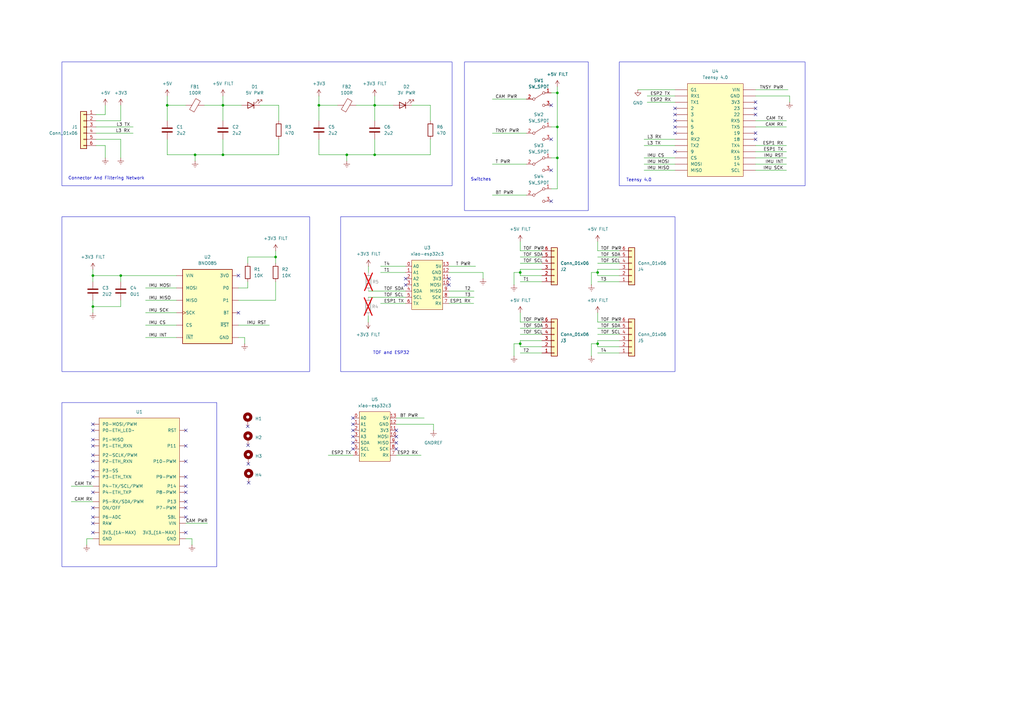
<source format=kicad_sch>
(kicad_sch (version 20250114) (generator "eeschema") (generator_version "9.0")
  (paper "A3")
  (lib_symbols
    (symbol "Connector_Generic:Conn_01x06" (pin_names (offset 1.016) (hide yes))
      (property "Reference" "J" (at 0 7.62 0))
      (property "Value" "Conn_01x06" (at 0 -10.16 0))
      (symbol "Conn_01x06_1_1"
        (rectangle (start -1.27 6.35) (end 1.27 -8.89) (stroke (width 0.254)) (fill (type background)))
        (rectangle (start -1.27 5.207) (end 0 4.953) (stroke (width 0.1524)))
        (rectangle (start -1.27 2.667) (end 0 2.413) (stroke (width 0.1524)))
        (rectangle (start -1.27 0.127) (end 0 -0.127) (stroke (width 0.1524)))
        (rectangle (start -1.27 -2.413) (end 0 -2.667) (stroke (width 0.1524)))
        (rectangle (start -1.27 -4.953) (end 0 -5.207) (stroke (width 0.1524)))
        (rectangle (start -1.27 -7.493) (end 0 -7.747) (stroke (width 0.1524)))
        (pin passive line (at -5.08 5.08 0) (length 3.81) (name "Pin_1") (number "1"))
        (pin passive line (at -5.08 2.54 0) (length 3.81) (name "Pin_2") (number "2"))
        (pin passive line (at -5.08 0 0) (length 3.81) (name "Pin_3") (number "3"))
        (pin passive line (at -5.08 -2.54 0) (length 3.81) (name "Pin_4") (number "4"))
        (pin passive line (at -5.08 -5.08 0) (length 3.81) (name "Pin_5") (number "5"))
        (pin passive line (at -5.08 -7.62 0) (length 3.81) (name "Pin_6") (number "6"))
      )
    )
    (symbol "Device:C" (pin_numbers (hide yes)) (pin_names (offset 0.254))
      (property "Reference" "C" (at 0.635 2.54 0))
      (property "Value" "C" (at 0.635 -2.54 0))
      (symbol "C_0_1"
        (polyline (pts (xy -2.032 0.762) (xy 2.032 0.762)) (stroke (width 0.508)))
        (polyline (pts (xy -2.032 -0.762) (xy 2.032 -0.762)) (stroke (width 0.508)))
      )
      (symbol "C_1_1"
        (pin passive line (at 0 3.81 270) (length 2.794) (name "~") (number "1"))
        (pin passive line (at 0 -3.81 90) (length 2.794) (name "~") (number "2"))
      )
    )
    (symbol "Device:FerriteBead" (pin_numbers (hide yes)) (pin_names (offset 0))
      (property "Reference" "FB" (at -3.81 0.635 90))
      (property "Value" "FerriteBead" (at 3.81 0 90))
      (symbol "FerriteBead_0_1"
        (polyline (pts (xy -2.7686 0.4064) (xy -1.7018 2.2606) (xy 2.7686 -0.3048) (xy 1.6764 -2.159) (xy -2.7686 0.4064)))
        (polyline (pts (xy 0 1.27) (xy 0 1.2954)))
        (polyline (pts (xy 0 -1.27) (xy 0 -1.2192)))
      )
      (symbol "FerriteBead_1_1"
        (pin passive line (at 0 3.81 270) (length 2.54) (name "~") (number "1"))
        (pin passive line (at 0 -3.81 90) (length 2.54) (name "~") (number "2"))
      )
    )
    (symbol "Device:LED" (pin_numbers (hide yes)) (pin_names (offset 1.016) (hide yes))
      (property "Reference" "D" (at 0 2.54 0))
      (property "Value" "LED" (at 0 -2.54 0))
      (symbol "LED_0_1"
        (polyline (pts (xy -3.048 -0.762) (xy -4.572 -2.286) (xy -3.81 -2.286) (xy -4.572 -2.286) (xy -4.572 -1.524)))
        (polyline (pts (xy -1.778 -0.762) (xy -3.302 -2.286) (xy -2.54 -2.286) (xy -3.302 -2.286) (xy -3.302 -1.524)))
        (polyline (pts (xy -1.27 0) (xy 1.27 0)))
        (polyline (pts (xy -1.27 -1.27) (xy -1.27 1.27)) (stroke (width 0.254)))
        (polyline (pts (xy 1.27 -1.27) (xy 1.27 1.27) (xy -1.27 0) (xy 1.27 -1.27)) (stroke (width 0.254)))
      )
      (symbol "LED_1_1"
        (pin passive line (at -3.81 0 0) (length 2.54) (name "K") (number "1"))
        (pin passive line (at 3.81 0 180) (length 2.54) (name "A") (number "2"))
      )
    )
    (symbol "Device:R" (pin_numbers (hide yes)) (pin_names (offset 0))
      (property "Reference" "R" (at 2.032 0 90))
      (property "Value" "R" (at 0 0 90))
      (symbol "R_0_1"
        (rectangle (start -1.016 -2.54) (end 1.016 2.54) (stroke (width 0.254)))
      )
      (symbol "R_1_1"
        (pin passive line (at 0 3.81 270) (length 1.27) (name "~") (number "1"))
        (pin passive line (at 0 -3.81 90) (length 1.27) (name "~") (number "2"))
      )
    )
    (symbol "Mechanical:MountingHole_Pad" (pin_numbers (hide yes)) (pin_names (offset 1.016) (hide yes))
      (property "Reference" "H" (at 0 6.35 0))
      (property "Value" "MountingHole_Pad" (at 0 4.445 0))
      (symbol "MountingHole_Pad_0_1"
        (circle (center 0 1.27) (radius 1.27) (stroke (width 1.27)))
      )
      (symbol "MountingHole_Pad_1_1"
        (pin input line (at 0 -2.54 90) (length 2.54) (name "1") (number "1"))
      )
    )
    (symbol "Switch:SW_SPDT" (pin_names (offset 0) (hide yes))
      (property "Reference" "SW" (at 0 4.318 0))
      (property "Value" "SW_SPDT" (at 0 -5.08 0))
      (symbol "SW_SPDT_0_0"
        (circle (center -2.032 0) (radius 0.508))
        (circle (center 2.032 -2.54) (radius 0.508))
      )
      (symbol "SW_SPDT_0_1"
        (polyline (pts (xy -1.524 0.254) (xy 1.651 2.286)))
        (circle (center 2.032 2.54) (radius 0.508))
      )
      (symbol "SW_SPDT_1_1"
        (pin passive line (at -5.08 0 0) (length 2.54) (name "B") (number "2"))
        (pin passive line (at 5.08 2.54 180) (length 2.54) (name "A") (number "1"))
        (pin passive line (at 5.08 -2.54 180) (length 2.54) (name "C") (number "3"))
      )
    )
    (symbol "power:+3V3" (power) (pin_numbers (hide yes)) (pin_names (offset 0) (hide yes))
      (property "Value" "+3V3" (at 0 3.556 0))
      (symbol "+3V3_0_1"
        (polyline (pts (xy -0.762 1.27) (xy 0 2.54)))
        (polyline (pts (xy 0 2.54) (xy 0.762 1.27)))
        (polyline (pts (xy 0 0) (xy 0 2.54)))
      )
      (symbol "+3V3_1_1"
        (pin power_in line (at 0 0 90) (length 0) (name "~") (number "1"))
      )
    )
    (symbol "power:+5V" (power) (pin_names (offset 0))
      (property "Value" "+5V" (at 0 3.556 0))
      (symbol "+5V_0_1"
        (polyline (pts (xy -0.762 1.27) (xy 0 2.54)))
        (polyline (pts (xy 0 2.54) (xy 0.762 1.27)))
        (polyline (pts (xy 0 0) (xy 0 2.54)))
      )
      (symbol "+5V_1_1"
        (pin power_in line (at 0 0 90) (length 0) (hide yes) (name "+5V") (number "1"))
      )
    )
    (symbol "power:GND" (power) (pin_names (offset 0))
      (property "Value" "GND" (at 0 -3.81 0))
      (symbol "GND_0_1"
        (polyline (pts (xy 0 0) (xy 0 -1.27) (xy 1.27 -1.27) (xy 0 -2.54) (xy -1.27 -1.27) (xy 0 -1.27)))
      )
      (symbol "GND_1_1"
        (pin power_in line (at 0 0 270) (length 0) (hide yes) (name "GND") (number "1"))
      )
    )
    (symbol "power:GNDREF" (power) (pin_numbers (hide yes)) (pin_names (offset 0) (hide yes))
      (property "Value" "GNDREF" (at 0 -3.81 0))
      (symbol "GNDREF_0_1"
        (polyline (pts (xy -0.635 -1.905) (xy 0.635 -1.905)))
        (polyline (pts (xy -0.127 -2.54) (xy 0.127 -2.54)))
        (polyline (pts (xy 0 -1.27) (xy 0 0)))
        (polyline (pts (xy 1.27 -1.27) (xy -1.27 -1.27)))
      )
      (symbol "GNDREF_1_1"
        (pin power_in line (at 0 0 270) (length 0) (name "~") (number "1"))
      )
    )
    (symbol "vincent:BNO085 " (pin_numbers (hide yes)) (pin_names (offset 1.27))
      (property "Reference" "U" (at -10.16 16.002 0))
      (property "Value" "BNO085" (at -10.16 -17.78 0))
      (symbol "BNO085 _0_0"
        (rectangle (start -10.16 15.24) (end 10.16 -15.24) (stroke (width 0.254)) (fill (type background)))
      )
      (symbol "BNO085 _1_0"
        (pin input line (at -12.7 12.7 0) (length 2.54) (name "VIN") (number "JP1_1"))
        (pin input line (at -12.7 7.62 0) (length 2.54) (name "MOSI") (number "JP2_5"))
        (pin bidirectional line (at -12.7 2.54 0) (length 2.54) (name "SDA") (number "JP1_5") (alternate "MISO" bidirectional line))
        (pin bidirectional clock (at -12.7 -2.54 0) (length 2.54) (name "SCL") (number "JP1_4") (alternate "SCK" bidirectional clock))
        (pin input line (at -12.7 -7.62 0) (length 2.54) (name "CS") (number "JP2_6"))
        (pin output line (at -12.7 -12.7 0) (length 2.54) (name "~{INT}") (number "JP1_6"))
        (pin output line (at 12.7 12.7 180) (length 2.54) (name "3VO") (number "JP1_2"))
        (pin bidirectional line (at 12.7 7.62 180) (length 2.54) (name "P0") (number "JP2_2"))
        (pin bidirectional line (at 12.7 2.54 180) (length 2.54) (name "P1") (number "JP2_3"))
        (pin input line (at 12.7 -2.54 180) (length 2.54) (name "BT") (number "JP2_1"))
        (pin input line (at 12.7 -7.62 180) (length 2.54) (name "~{RST}") (number "JP2_4"))
        (pin power_in line (at 12.7 -12.7 180) (length 2.54) (name "GND") (number "JP1_3"))
      )
    )
    (symbol "vincent:OpenMV_RT" (pin_numbers (hide yes)) (pin_names (offset 1.27)) (in_bom no)
      (property "Reference" "U" (at -15.24 1.27 0))
      (symbol "OpenMV_RT_0_0"
        (rectangle (start -16.51 0) (end 16.51 -52.07) (stroke (width 0.1524)) (fill (type background)))
      )
      (symbol "OpenMV_RT_1_1"
        (pin input line (at -19.05 -2.54 0) (length 2.54) (name "P0-MOSI/PWM") (number "0"))
        (pin input line (at -19.05 -5.08 0) (length 2.54) (name "P0-ETH_LED") (number "1"))
        (pin input line (at -19.05 -8.89 0) (length 2.54) (name "P1-MISO") (number "2"))
        (pin input line (at -19.05 -11.43 0) (length 2.54) (name "P1-ETH_RXN") (number "3"))
        (pin input line (at -19.05 -15.24 0) (length 2.54) (name "P2-SCLK/PWM") (number "4"))
        (pin input line (at -19.05 -17.78 0) (length 2.54) (name "P2-ETH_RXN") (number "5"))
        (pin input line (at -19.05 -21.59 0) (length 2.54) (name "P3-SS") (number "6"))
        (pin input line (at -19.05 -24.13 0) (length 2.54) (name "P3-ETH_TXN") (number "7"))
        (pin input line (at -19.05 -27.94 0) (length 2.54) (name "P4-TX/SCL/PWM") (number "8"))
        (pin input line (at -19.05 -30.48 0) (length 2.54) (name "P4-ETH_TXP") (number "9"))
        (pin input line (at -19.05 -34.29 0) (length 2.54) (name "P5-RX/SDA/PWM") (number "10"))
        (pin input line (at -19.05 -36.83 0) (length 2.54) (name "ON/OFF") (number "11"))
        (pin input line (at -19.05 -40.64 0) (length 2.54) (name "P6-ADC") (number "12"))
        (pin input line (at -19.05 -43.18 0) (length 2.54) (name "RAW") (number "13"))
        (pin power_out line (at -19.05 -46.99 0) (length 2.54) (name "3V3_(1A-MAX)") (number "14"))
        (pin power_in line (at -19.05 -49.53 0) (length 2.54) (name "GND") (number "15"))
        (pin input line (at 19.05 -2.54 180) (length 2.54) (hide yes) (name "NC") (number "16"))
        (pin input line (at 19.05 -5.08 180) (length 2.54) (name "RST") (number "17"))
        (pin input line (at 19.05 -8.89 180) (length 2.54) (hide yes) (name "NC") (number "18"))
        (pin input line (at 19.05 -11.43 180) (length 2.54) (name "P11") (number "19"))
        (pin input line (at 19.05 -15.24 180) (length 2.54) (hide yes) (name "NC") (number "20"))
        (pin input line (at 19.05 -17.78 180) (length 2.54) (name "P10-PWM") (number "21"))
        (pin input line (at 19.05 -21.59 180) (length 2.54) (hide yes) (name "NC") (number "22"))
        (pin input line (at 19.05 -24.13 180) (length 2.54) (name "P9-PWM") (number "23"))
        (pin input line (at 19.05 -27.94 180) (length 2.54) (name "P14") (number "24"))
        (pin input line (at 19.05 -30.48 180) (length 2.54) (name "P8-PWM") (number "25"))
        (pin input line (at 19.05 -34.29 180) (length 2.54) (name "P13") (number "26"))
        (pin input line (at 19.05 -36.83 180) (length 2.54) (name "P7-PWM") (number "27"))
        (pin input line (at 19.05 -40.64 180) (length 2.54) (name "SBL") (number "28"))
        (pin power_in line (at 19.05 -43.18 180) (length 2.54) (name "VIN") (number "29"))
        (pin power_out line (at 19.05 -46.99 180) (length 2.54) (name "3V3_(1A-MAX)") (number "30"))
        (pin power_in line (at 19.05 -49.53 180) (length 2.54) (name "GND") (number "31"))
      )
    )
    (symbol "vincent:Teensy 4.0" (pin_numbers (hide yes)) (pin_names (offset 1.27)) (in_bom no)
      (property "Reference" "U" (at -11.43 20.828 0))
      (property "Value" "Teensy 4.0" (at -11.43 -20.32 0))
      (symbol "Teensy 4.0_0_0"
        (rectangle (start -11.43 20.32) (end 11.43 -17.78) (stroke (width 0.1524)) (fill (type background)))
        (pin power_in line (at -16.51 17.78 0) (length 5.08) (name "G1") (number "G1"))
        (pin bidirectional line (at -16.51 10.16 0) (length 5.08) (name "2") (number "2"))
        (pin bidirectional line (at -16.51 7.62 0) (length 5.08) (name "3") (number "3"))
        (pin bidirectional line (at -16.51 5.08 0) (length 5.08) (name "4") (number "4"))
        (pin bidirectional line (at -16.51 2.54 0) (length 5.08) (name "5") (number "5"))
        (pin bidirectional line (at -16.51 0 0) (length 5.08) (name "6") (number "6"))
        (pin bidirectional line (at -16.51 -7.62 0) (length 5.08) (name "9") (number "9"))
        (pin power_in line (at 16.51 17.78 180) (length 5.08) (name "VIN") (number "VIN"))
      )
      (symbol "Teensy 4.0_1_0"
        (pin bidirectional line (at -16.51 15.24 0) (length 5.08) (name "0") (number "0") (alternate "RX1" bidirectional line))
        (pin bidirectional line (at -16.51 12.7 0) (length 5.08) (name "1") (number "1") (alternate "TX1" bidirectional line))
        (pin bidirectional line (at -16.51 -2.54 0) (length 5.08) (name "7") (number "7") (alternate "RX2" bidirectional line))
        (pin bidirectional line (at -16.51 -5.08 0) (length 5.08) (name "8") (number "8") (alternate "TX2" bidirectional line))
        (pin bidirectional line (at -16.51 -10.16 0) (length 5.08) (name "10") (number "10") (alternate "CS" bidirectional line))
        (pin bidirectional line (at -16.51 -12.7 0) (length 5.08) (name "11") (number "11") (alternate "MOSI" bidirectional line))
        (pin bidirectional line (at -16.51 -15.24 0) (length 5.08) (name "12") (number "12") (alternate "MISO" bidirectional line))
        (pin power_in line (at 16.51 15.24 180) (length 5.08) (name "GND") (number "G3"))
        (pin power_in line (at 16.51 12.7 180) (length 5.08) (name "3V3") (number "3.3V_2"))
        (pin bidirectional line (at 16.51 10.16 180) (length 5.08) (name "23") (number "23"))
        (pin bidirectional line (at 16.51 7.62 180) (length 5.08) (name "22") (number "22"))
        (pin bidirectional line (at 16.51 5.08 180) (length 5.08) (name "21") (number "21") (alternate "RX5" bidirectional line))
        (pin bidirectional line (at 16.51 2.54 180) (length 5.08) (name "20") (number "20") (alternate "TX5" bidirectional line))
        (pin bidirectional line (at 16.51 0 180) (length 5.08) (name "19") (number "19"))
        (pin bidirectional line (at 16.51 -2.54 180) (length 5.08) (name "18") (number "18"))
        (pin bidirectional line (at 16.51 -5.08 180) (length 5.08) (name "17") (number "17") (alternate "TX4" bidirectional line))
        (pin bidirectional line (at 16.51 -7.62 180) (length 5.08) (name "16") (number "16") (alternate "RX4" bidirectional line))
        (pin bidirectional line (at 16.51 -10.16 180) (length 5.08) (name "15") (number "15"))
        (pin bidirectional line (at 16.51 -12.7 180) (length 5.08) (name "14") (number "14"))
        (pin bidirectional line (at 16.51 -15.24 180) (length 5.08) (name "13") (number "13") (alternate "SCL" bidirectional line))
      )
    )
    (symbol "vincent:xiao-esp32c3"
      (property "Reference" "U" (at -5.08 1.27 0))
      (property "Value" "xiao-esp32c3" (at 0 -21.59 0))
      (symbol "xiao-esp32c3_1_1"
        (rectangle (start -6.35 0) (end 6.35 -20.32) (fill (type background)))
        (pin input line (at -8.89 -2.54 0) (length 2.54) (name "A0") (number "0"))
        (pin input line (at -8.89 -5.08 0) (length 2.54) (name "A1") (number "1"))
        (pin input line (at -8.89 -7.62 0) (length 2.54) (name "A2") (number "2"))
        (pin input line (at -8.89 -10.16 0) (length 2.54) (name "A3") (number "3"))
        (pin bidirectional line (at -8.89 -12.7 0) (length 2.54) (name "SDA") (number "4"))
        (pin bidirectional line (at -8.89 -15.24 0) (length 2.54) (name "SCL") (number "5"))
        (pin bidirectional line (at -8.89 -17.78 0) (length 2.54) (name "TX") (number "6"))
        (pin bidirectional line (at 8.89 -2.54 180) (length 2.54) (name "5V") (number "13"))
        (pin bidirectional line (at 8.89 -5.08 180) (length 2.54) (name "GND") (number "12"))
        (pin bidirectional line (at 8.89 -7.62 180) (length 2.54) (name "3V3") (number "11"))
        (pin bidirectional line (at 8.89 -10.16 180) (length 2.54) (name "MOSI") (number "10"))
        (pin bidirectional line (at 8.89 -12.7 180) (length 2.54) (name "MISO") (number "9"))
        (pin bidirectional line (at 8.89 -15.24 180) (length 2.54) (name "SCK") (number "8"))
        (pin bidirectional line (at 8.89 -17.78 180) (length 2.54) (name "RX") (number "7"))
      )
    )
  )
  (rectangle (start 190.5 25.4) (end 241.3 86.36))
  (rectangle (start 25.4 165.1) (end 88.9 232.41))
  (rectangle (start 25.4 25.4) (end 185.42 76.2))
  (rectangle (start 254 25.4) (end 330.2 76.2))
  (rectangle (start 139.7 88.9) (end 276.86 152.4))
  (rectangle (start 25.4 88.9) (end 127 152.4))
  (text "Connector And Filtering Network" (at 27.94 73.152 0) (effects (font (size 1.27 1.27)) (justify left)))
  (text "Switches" (at 193.04 73.66 0) (effects (font (size 1.27 1.27)) (justify left)))
  (text "Teensy 4.0" (at 256.794 73.914 0) (effects (font (size 1.27 1.27)) (justify left)))
  (text "TOF and ESP32" (at 152.9189 145.5158 0) (effects (font (size 1.27 1.27)) (justify left bottom)))
  (junction (at 228.6 38.1))
  (junction (at 213.36 140.97))
  (junction (at 80.01 63.5))
  (junction (at 91.44 43.18))
  (junction (at 113.03 105.41))
  (junction (at 228.6 52.07))
  (junction (at 38.1 113.03))
  (junction (at 68.58 43.18))
  (junction (at 130.81 43.18))
  (junction (at 153.67 63.5))
  (junction (at 228.6 64.77))
  (junction (at 153.67 43.18))
  (junction (at 38.1 125.73))
  (junction (at 245.11 111.76))
  (junction (at 91.44 63.5))
  (junction (at 49.53 113.03))
  (junction (at 142.24 63.5))
  (junction (at 245.11 140.97))
  (junction (at 213.36 111.76))
  (no_connect (at 162.56 184.15))
  (no_connect (at 76.2 201.93))
  (no_connect (at 309.88 41.91))
  (no_connect (at 276.86 54.61))
  (no_connect (at 38.1 201.93))
  (no_connect (at 144.78 171.45))
  (no_connect (at 38.1 173.99))
  (no_connect (at 309.88 54.61))
  (no_connect (at 162.56 176.53))
  (no_connect (at 38.1 182.88))
  (no_connect (at 101.6 174.879))
  (no_connect (at 76.2 218.44))
  (no_connect (at 76.2 189.23))
  (no_connect (at 76.2 176.53))
  (no_connect (at 38.1 176.53))
  (no_connect (at 226.06 57.15))
  (no_connect (at 101.981 197.993))
  (no_connect (at 38.1 214.63))
  (no_connect (at 38.1 218.44))
  (no_connect (at 276.86 46.99))
  (no_connect (at 38.1 186.69))
  (no_connect (at 144.78 181.61))
  (no_connect (at 166.37 114.3))
  (no_connect (at 38.1 208.28))
  (no_connect (at 276.86 52.07))
  (no_connect (at 184.15 114.3))
  (no_connect (at 276.86 49.53))
  (no_connect (at 276.86 62.23))
  (no_connect (at 144.78 176.53))
  (no_connect (at 144.78 173.99))
  (no_connect (at 38.1 212.09))
  (no_connect (at 226.06 82.55))
  (no_connect (at 309.88 44.45))
  (no_connect (at 97.79 128.27))
  (no_connect (at 38.1 189.23))
  (no_connect (at 76.2 212.09))
  (no_connect (at 309.88 57.15))
  (no_connect (at 226.06 43.18))
  (no_connect (at 76.2 205.74))
  (no_connect (at 184.15 116.84))
  (no_connect (at 76.2 208.28))
  (no_connect (at 101.854 190.246))
  (no_connect (at 76.2 195.58))
  (no_connect (at 38.1 180.34))
  (no_connect (at 38.1 193.04))
  (no_connect (at 76.2 199.39))
  (no_connect (at 166.37 116.84))
  (no_connect (at 97.79 113.03))
  (no_connect (at 162.56 181.61))
  (no_connect (at 144.78 184.15))
  (no_connect (at 276.86 44.45))
  (no_connect (at 162.56 179.07))
  (no_connect (at 38.1 195.58))
  (no_connect (at 144.78 179.07))
  (no_connect (at 76.2 182.88))
  (no_connect (at 101.727 182.626))
  (no_connect (at 226.06 69.85))
  (no_connect (at 309.88 46.99))
  (wire (pts (xy 49.53 123.19) (xy 49.53 125.73)))
  (wire (pts (xy 245.11 107.95) (xy 254 107.95)))
  (wire (pts (xy 162.56 173.99) (xy 177.8 173.99)))
  (wire (pts (xy 254 110.49) (xy 245.11 110.49)))
  (wire (pts (xy 38.1 110.49) (xy 38.1 113.03)))
  (wire (pts (xy 39.37 59.69) (xy 43.18 59.69)))
  (wire (pts (xy 213.36 102.87) (xy 213.36 99.06)))
  (wire (pts (xy 38.1 123.19) (xy 38.1 125.73)))
  (wire (pts (xy 213.36 139.7) (xy 213.36 140.97)))
  (wire (pts (xy 29.21 199.39) (xy 38.1 199.39)))
  (wire (pts (xy 228.6 52.07) (xy 228.6 64.77)))
  (wire (pts (xy 309.88 64.77) (xy 322.58 64.77)))
  (wire (pts (xy 29.21 205.74) (xy 38.1 205.74)))
  (wire (pts (xy 184.15 111.76) (xy 198.12 111.76)))
  (wire (pts (xy 309.88 62.23) (xy 322.58 62.23)))
  (wire (pts (xy 114.3 43.18) (xy 114.3 49.53)))
  (wire (pts (xy 49.53 113.03) (xy 38.1 113.03)))
  (wire (pts (xy 59.69 128.27) (xy 72.39 128.27)))
  (wire (pts (xy 245.11 113.03) (xy 254 113.03)))
  (wire (pts (xy 245.11 132.08) (xy 254 132.08)))
  (wire (pts (xy 38.1 220.98) (xy 35.56 220.98)))
  (wire (pts (xy 322.58 69.85) (xy 309.88 69.85)))
  (wire (pts (xy 309.88 52.07) (xy 322.58 52.07)))
  (wire (pts (xy 226.06 64.77) (xy 228.6 64.77)))
  (wire (pts (xy 83.82 43.18) (xy 91.44 43.18)))
  (wire (pts (xy 76.2 214.63) (xy 85.09 214.63)))
  (wire (pts (xy 245.11 132.08) (xy 245.11 128.27)))
  (wire (pts (xy 153.67 57.15) (xy 153.67 63.5)))
  (wire (pts (xy 184.15 124.46) (xy 194.31 124.46)))
  (wire (pts (xy 245.11 111.76) (xy 242.57 111.76)))
  (wire (pts (xy 151.0014 130.8993) (xy 151.0014 132.176)))
  (wire (pts (xy 39.37 49.53) (xy 49.53 49.53)))
  (wire (pts (xy 97.79 118.11) (xy 101.6 118.11)))
  (wire (pts (xy 213.36 111.76) (xy 210.82 111.76)))
  (wire (pts (xy 184.15 119.38) (xy 194.437 119.38)))
  (wire (pts (xy 113.03 115.57) (xy 113.03 123.19)))
  (wire (pts (xy 91.44 39.37) (xy 91.44 43.18)))
  (wire (pts (xy 49.53 49.53) (xy 49.53 43.18)))
  (wire (pts (xy 176.53 43.18) (xy 176.53 49.53)))
  (wire (pts (xy 201.93 40.64) (xy 215.9 40.64)))
  (wire (pts (xy 323.85 39.37) (xy 309.88 39.37)))
  (wire (pts (xy 201.93 80.01) (xy 215.9 80.01)))
  (wire (pts (xy 162.56 171.45) (xy 173.99 171.45)))
  (wire (pts (xy 68.58 39.37) (xy 68.58 43.18)))
  (wire (pts (xy 198.12 111.76) (xy 198.12 114.3)))
  (wire (pts (xy 151.13 119.38) (xy 166.37 119.38)))
  (wire (pts (xy 101.6 105.41) (xy 101.6 107.95)))
  (wire (pts (xy 210.82 111.76) (xy 210.82 116.84)))
  (wire (pts (xy 91.44 63.5) (xy 114.3 63.5)))
  (wire (pts (xy 228.6 64.77) (xy 228.6 77.47)))
  (wire (pts (xy 130.81 43.18) (xy 138.43 43.18)))
  (wire (pts (xy 39.37 54.61) (xy 54.61 54.61)))
  (wire (pts (xy 68.58 43.18) (xy 76.2 43.18)))
  (wire (pts (xy 213.36 134.62) (xy 222.25 134.62)))
  (wire (pts (xy 210.82 140.97) (xy 210.82 146.05)))
  (wire (pts (xy 213.36 142.24) (xy 222.25 142.24)))
  (wire (pts (xy 162.56 186.69) (xy 172.72 186.69)))
  (wire (pts (xy 100.33 138.43) (xy 100.33 140.97)))
  (wire (pts (xy 213.36 140.97) (xy 213.36 142.24)))
  (wire (pts (xy 97.79 133.35) (xy 110.49 133.35)))
  (wire (pts (xy 38.1 113.03) (xy 38.1 115.57)))
  (wire (pts (xy 168.91 43.18) (xy 176.53 43.18)))
  (wire (pts (xy 264.16 57.15) (xy 276.86 57.15)))
  (wire (pts (xy 151.13 109.22) (xy 151.13 111.76)))
  (wire (pts (xy 59.69 138.43) (xy 72.39 138.43)))
  (wire (pts (xy 38.1 125.73) (xy 49.53 125.73)))
  (wire (pts (xy 213.36 140.97) (xy 210.82 140.97)))
  (wire (pts (xy 245.11 102.87) (xy 254 102.87)))
  (wire (pts (xy 68.58 57.15) (xy 68.58 63.5)))
  (wire (pts (xy 80.01 63.5) (xy 68.58 63.5)))
  (wire (pts (xy 213.36 144.78) (xy 222.25 144.78)))
  (wire (pts (xy 264.16 67.31) (xy 276.86 67.31)))
  (wire (pts (xy 97.79 123.19) (xy 113.03 123.19)))
  (wire (pts (xy 213.36 105.41) (xy 222.25 105.41)))
  (wire (pts (xy 201.93 67.31) (xy 215.9 67.31)))
  (wire (pts (xy 101.6 115.57) (xy 101.6 118.11)))
  (wire (pts (xy 226.06 38.1) (xy 228.6 38.1)))
  (wire (pts (xy 49.53 113.03) (xy 49.53 115.57)))
  (wire (pts (xy 264.16 64.77) (xy 276.86 64.77)))
  (wire (pts (xy 130.81 39.37) (xy 130.81 43.18)))
  (wire (pts (xy 245.11 105.41) (xy 254 105.41)))
  (wire (pts (xy 130.81 57.15) (xy 130.81 63.5)))
  (wire (pts (xy 38.1 125.73) (xy 38.1 128.27)))
  (wire (pts (xy 39.37 57.15) (xy 49.53 57.15)))
  (wire (pts (xy 130.81 43.18) (xy 130.81 49.53)))
  (wire (pts (xy 245.11 144.78) (xy 254 144.78)))
  (wire (pts (xy 146.05 43.18) (xy 153.67 43.18)))
  (wire (pts (xy 151.0014 130.8993) (xy 151.003 130.8993)))
  (wire (pts (xy 151.003 121.92) (xy 166.37 121.92)))
  (wire (pts (xy 228.6 38.1) (xy 228.6 52.07)))
  (wire (pts (xy 242.57 111.76) (xy 242.57 116.84)))
  (wire (pts (xy 222.25 139.7) (xy 213.36 139.7)))
  (wire (pts (xy 213.36 132.08) (xy 222.25 132.08)))
  (wire (pts (xy 142.24 63.5) (xy 153.67 63.5)))
  (wire (pts (xy 39.37 52.07) (xy 54.61 52.07)))
  (wire (pts (xy 49.53 113.03) (xy 72.39 113.03)))
  (wire (pts (xy 43.18 59.69) (xy 43.18 64.77)))
  (wire (pts (xy 213.36 115.57) (xy 222.25 115.57)))
  (wire (pts (xy 264.16 59.69) (xy 276.86 59.69)))
  (wire (pts (xy 153.67 43.18) (xy 153.67 49.53)))
  (wire (pts (xy 142.24 63.5) (xy 130.81 63.5)))
  (wire (pts (xy 156.083 109.22) (xy 166.37 109.22)))
  (wire (pts (xy 49.53 57.15) (xy 49.53 64.77)))
  (wire (pts (xy 91.44 43.18) (xy 91.44 49.53)))
  (wire (pts (xy 245.11 142.24) (xy 254 142.24)))
  (wire (pts (xy 114.3 57.15) (xy 114.3 63.5)))
  (wire (pts (xy 59.69 123.19) (xy 72.39 123.19)))
  (wire (pts (xy 113.03 102.87) (xy 113.03 105.41)))
  (wire (pts (xy 113.03 105.41) (xy 113.03 107.95)))
  (wire (pts (xy 265.43 41.91) (xy 276.86 41.91)))
  (wire (pts (xy 80.01 63.5) (xy 91.44 63.5)))
  (wire (pts (xy 91.44 57.15) (xy 91.44 63.5)))
  (wire (pts (xy 309.88 36.83) (xy 323.215 36.83)))
  (wire (pts (xy 264.16 69.85) (xy 276.86 69.85)))
  (wire (pts (xy 213.36 137.16) (xy 222.25 137.16)))
  (wire (pts (xy 245.11 137.16) (xy 254 137.16)))
  (wire (pts (xy 309.88 59.69) (xy 322.58 59.69)))
  (wire (pts (xy 213.36 113.03) (xy 222.25 113.03)))
  (wire (pts (xy 156.083 111.76) (xy 166.37 111.76)))
  (wire (pts (xy 80.01 66.04) (xy 80.01 63.5)))
  (wire (pts (xy 153.67 63.5) (xy 176.53 63.5)))
  (wire (pts (xy 261.62 36.83) (xy 276.86 36.83)))
  (wire (pts (xy 213.36 102.87) (xy 222.25 102.87)))
  (wire (pts (xy 177.8 173.99) (xy 177.8 176.53)))
  (wire (pts (xy 245.11 140.97) (xy 245.11 142.24)))
  (wire (pts (xy 153.67 43.18) (xy 161.29 43.18)))
  (wire (pts (xy 323.85 41.91) (xy 323.85 39.37)))
  (wire (pts (xy 153.67 39.37) (xy 153.67 43.18)))
  (wire (pts (xy 184.15 109.22) (xy 195.072 109.22)))
  (wire (pts (xy 39.37 46.99) (xy 43.18 46.99)))
  (wire (pts (xy 59.69 133.35) (xy 72.39 133.35)))
  (wire (pts (xy 245.11 111.76) (xy 245.11 113.03)))
  (wire (pts (xy 213.36 111.76) (xy 213.36 113.03)))
  (wire (pts (xy 226.06 52.07) (xy 228.6 52.07)))
  (wire (pts (xy 245.11 102.87) (xy 245.11 99.06)))
  (wire (pts (xy 213.36 132.08) (xy 213.36 128.27)))
  (wire (pts (xy 134.62 186.69) (xy 144.78 186.69)))
  (wire (pts (xy 151.003 130.8993) (xy 151.003 129.54)))
  (wire (pts (xy 265.43 39.37) (xy 276.86 39.37)))
  (wire (pts (xy 254 139.7) (xy 245.11 139.7)))
  (wire (pts (xy 35.56 220.98) (xy 35.56 223.52)))
  (wire (pts (xy 213.36 110.49) (xy 213.36 111.76)))
  (wire (pts (xy 213.36 107.95) (xy 222.25 107.95)))
  (wire (pts (xy 59.69 118.11) (xy 72.39 118.11)))
  (wire (pts (xy 184.15 121.92) (xy 194.437 121.92)))
  (wire (pts (xy 91.44 43.18) (xy 99.06 43.18)))
  (wire (pts (xy 245.11 139.7) (xy 245.11 140.97)))
  (wire (pts (xy 142.24 66.04) (xy 142.24 63.5)))
  (wire (pts (xy 43.18 46.99) (xy 43.18 43.18)))
  (wire (pts (xy 156.083 124.46) (xy 166.37 124.46)))
  (wire (pts (xy 78.74 220.98) (xy 78.74 223.52)))
  (wire (pts (xy 76.2 220.98) (xy 78.74 220.98)))
  (wire (pts (xy 68.58 43.18) (xy 68.58 49.53)))
  (wire (pts (xy 97.79 138.43) (xy 100.33 138.43)))
  (wire (pts (xy 242.57 140.97) (xy 242.57 146.05)))
  (wire (pts (xy 245.11 110.49) (xy 245.11 111.76)))
  (wire (pts (xy 228.6 35.56) (xy 228.6 38.1)))
  (wire (pts (xy 245.11 115.57) (xy 254 115.57)))
  (wire (pts (xy 222.25 110.49) (xy 213.36 110.49)))
  (wire (pts (xy 201.93 54.61) (xy 215.9 54.61)))
  (wire (pts (xy 176.53 57.15) (xy 176.53 63.5)))
  (wire (pts (xy 245.11 140.97) (xy 242.57 140.97)))
  (wire (pts (xy 101.6 105.41) (xy 113.03 105.41)))
  (wire (pts (xy 226.06 77.47) (xy 228.6 77.47)))
  (wire (pts (xy 245.11 134.62) (xy 254 134.62)))
  (wire (pts (xy 309.88 49.53) (xy 322.58 49.53)))
  (wire (pts (xy 322.58 67.31) (xy 309.88 67.31)))
  (wire (pts (xy 106.68 43.18) (xy 114.3 43.18)))
  (label "TOF SDA" (at 214.63 105.41 0))
  (label "T PWR" (at 193.04 109.22 180))
  (label "TOF SCL" (at 246.38 107.95 0))
  (label "TNSY PWR" (at 321.31 36.83 180))
  (label "TOF PWR" (at 246.38 102.87 0))
  (label "TOF SDA" (at 214.63 134.62 0))
  (label "IMU MISO" (at 265.43 69.85 0))
  (label "L3 RX" (at 53.34 54.61 180))
  (label "TOF SCL" (at 214.63 137.16 0))
  (label "TOF SCL" (at 157.48 121.92 0))
  (label "IMU SCK" (at 321.31 69.85 180))
  (label "ESP1 RX" (at 321.31 59.69 180))
  (label "IMU MOSI" (at 265.43 67.31 0))
  (label "IMU INT" (at 60.96 138.43 0))
  (label "T4" (at 246.38 144.78 0))
  (label "IMU SCK" (at 60.96 128.27 0))
  (label "L3 RX" (at 265.43 57.15 0))
  (label "IMU CS" (at 60.96 133.35 0))
  (label "ESP1 RX" (at 193.04 124.46 180))
  (label "IMU MISO" (at 60.96 123.19 0))
  (label "T1" (at 157.48 111.76 0))
  (label "TOF SCL" (at 214.63 107.95 0))
  (label "ESP2 TX" (at 266.7 39.37 0))
  (label "IMU RST" (at 321.31 64.77 180))
  (label "BT PWR" (at 171.45 171.45 180))
  (label "IMU MOSI" (at 60.96 118.11 0))
  (label "T PWR" (at 203.2 67.31 0))
  (label "CAM RX" (at 30.48 205.74 0))
  (label "T3" (at 246.38 115.57 0))
  (label "TOF PWR" (at 246.38 132.08 0))
  (label "CAM TX" (at 321.31 49.53 180))
  (label "L3 TX" (at 265.43 59.69 0))
  (label "TOF SDA" (at 246.38 105.41 0))
  (label "CAM PWR" (at 203.2 40.64 0))
  (label "TOF SCL" (at 246.38 137.16 0))
  (label "TOF PWR" (at 214.63 132.08 0))
  (label "ESP2 RX" (at 171.45 186.69 180))
  (label "T1" (at 214.63 115.57 0))
  (label "TOF SDA" (at 246.38 134.62 0))
  (label "T3" (at 193.04 121.92 180))
  (label "T4" (at 157.48 109.22 0))
  (label "TOF PWR" (at 214.63 102.87 0))
  (label "T2" (at 193.04 119.38 180))
  (label "TNSY PWR" (at 203.2 54.61 0))
  (label "IMU RST" (at 109.22 133.35 180))
  (label "ESP2 TX" (at 135.89 186.69 0))
  (label "ESP1 TX" (at 157.48 124.46 0))
  (label "BT PWR" (at 203.2 80.01 0))
  (label "IMU INT" (at 321.31 67.31 180))
  (label "L3 TX" (at 53.34 52.07 180))
  (label "ESP2 RX" (at 266.7 41.91 0))
  (label "CAM RX" (at 321.31 52.07 180))
  (label "ESP1 TX" (at 321.31 62.23 180))
  (label "TOF SDA" (at 157.48 119.38 0))
  (label "T2" (at 214.63 144.78 0))
  (label "IMU CS" (at 265.43 64.77 0))
  (label "CAM PWR" (at 76.2 214.63 0))
  (label "CAM TX" (at 30.48 199.39 0))
  (symbol (lib_id "power:+5V") (at 68.58 39.37 0) (unit 1)
    (property "Reference" "#PWR04" (effects (hide yes)))
    (property "Value" "+5V" (at 68.58 34.29 0))
    (property "Description" "Power symbol creates a global label with name \"+5V\"" (effects (hide yes)))
  )
  (symbol (lib_id "power:+3V3") (at 153.67 39.37 0) (unit 1)
    (property "Reference" "#PWR024" (effects (hide yes)))
    (property "Value" "+3V3 FILT" (at 153.67 34.29 0))
    (property "Description" "Power symbol creates a global label with name \"+3V3\"" (effects (hide yes)))
  )
  (symbol (lib_id "vincent:Teensy 4.0") (at 293.37 54.61 0) (unit 1) (in_bom no)
    (property "Reference" "U4" (at 293.37 29.21 0))
    (property "Value" "Teensy 4.0" (at 293.37 31.75 0))
    (property "Footprint" "Library:Teensy 4.0" (effects (hide yes)))
    (pin "16" (alternate "RX4"))
    (pin "1" (alternate "TX1"))
    (pin "17" (alternate "TX4"))
    (pin "12" (alternate "MISO"))
    (pin "11" (alternate "MOSI"))
    (pin "0" (alternate "RX1"))
    (pin "7" (alternate "RX2"))
    (pin "10" (alternate "CS"))
    (pin "8" (alternate "TX2"))
    (pin "21" (alternate "RX5"))
    (pin "20" (alternate "TX5"))
    (pin "13" (alternate "SCL"))
  )
  (symbol (lib_id "power:+5V") (at 43.18 43.18 0) (unit 1)
    (property "Reference" "#PWR05" (effects (hide yes)))
    (property "Value" "+5V" (at 43.18 38.1 0))
    (property "Description" "Power symbol creates a global label with name \"+5V\"" (effects (hide yes)))
  )
  (symbol (lib_id "power:+5V") (at 245.11 128.27 0) (unit 1)
    (property "Reference" "#PWR030" (effects (hide yes)))
    (property "Value" "+5V FILT" (at 245.11 123.19 0))
    (property "Description" "Power symbol creates a global label with name \"+5V\"" (effects (hide yes)))
  )
  (symbol (lib_id "power:+5V") (at 245.11 99.06 0) (unit 1)
    (property "Reference" "#PWR029" (effects (hide yes)))
    (property "Value" "+5V FILT" (at 245.11 93.98 0))
    (property "Description" "Power symbol creates a global label with name \"+5V\"" (effects (hide yes)))
  )
  (symbol (lib_id "Mechanical:MountingHole_Pad") (at 101.6 172.339 0) (unit 1)
    (property "Reference" "H1" (at 104.631 171.704 0) (effects (justify left)))
    (property "Value" "MountingHole_Pad" (effects (hide yes)))
    (property "Footprint" "MountingHole:MountingHole_3.2mm_M3_Pad_Via" (effects (hide yes)))
  )
  (symbol (lib_id "power:GNDREF") (at 210.82 116.84 0) (unit 1)
    (property "Reference" "#PWR015" (effects (hide yes)))
    (property "Value" "GNDREF" (effects (hide yes)))
    (property "Description" "Power symbol creates a global label with name \"GNDREF\" , reference supply ground" (effects (hide yes)))
  )
  (symbol (lib_id "Connector_Generic:Conn_01x06") (at 259.08 110.49 0) (mirror x) (unit 1)
    (property "Reference" "J4" (at 261.62 110.4901 0) (effects (justify left)))
    (property "Value" "Conn_01x06" (at 261.62 107.9501 0) (effects (justify left)))
    (property "Footprint" "Connector_JST:JST_PH_B6B-PH-K_1x06_P2.00mm_Vertical" (effects (hide yes)))
    (property "Description" "Generic connector, single row, 01x06, script generated (kicad-library-utils/schlib/autogen/connector/)" (effects (hide yes)))
  )
  (symbol (lib_id "Device:LED") (at 102.87 43.18 180) (unit 1)
    (property "Reference" "D1" (at 104.4575 35.56 0))
    (property "Value" "5V PWR" (at 104.4575 38.1 0))
    (property "Footprint" "Library:led0603" (effects (hide yes)))
    (property "Description" "Light emitting diode" (effects (hide yes)))
    (property "Sim.Pins" "1=K 2=A" (effects (hide yes)))
  )
  (symbol (lib_id "power:GNDREF") (at 198.12 114.3 0) (unit 1)
    (property "Reference" "#PWR023" (effects (hide yes)))
    (property "Value" "GNDREF" (effects (hide yes)))
    (property "Description" "Power symbol creates a global label with name \"GNDREF\" , reference supply ground" (effects (hide yes)))
  )
  (symbol (lib_id "power:GNDREF") (at 210.82 146.05 0) (unit 1)
    (property "Reference" "#PWR016" (effects (hide yes)))
    (property "Value" "GNDREF" (effects (hide yes)))
    (property "Description" "Power symbol creates a global label with name \"GNDREF\" , reference supply ground" (effects (hide yes)))
  )
  (symbol (lib_id "Device:C") (at 91.44 53.34 0) (mirror y) (unit 1)
    (property "Reference" "C2" (at 95.25 52.07 0) (effects (justify right)))
    (property "Value" "2u2" (at 95.25 54.61 0) (effects (justify right)))
    (property "Footprint" "Library:cap0603" (effects (hide yes)))
    (property "Description" "Unpolarized capacitor" (effects (hide yes)))
  )
  (symbol (lib_id "Connector_Generic:Conn_01x06") (at 259.08 139.7 0) (mirror x) (unit 1)
    (property "Reference" "J5" (at 261.62 139.7001 0) (effects (justify left)))
    (property "Value" "Conn_01x06" (at 261.62 137.1601 0) (effects (justify left)))
    (property "Footprint" "Connector_JST:JST_PH_B6B-PH-K_1x06_P2.00mm_Vertical" (effects (hide yes)))
    (property "Description" "Generic connector, single row, 01x06, script generated (kicad-library-utils/schlib/autogen/connector/)" (effects (hide yes)))
  )
  (symbol (lib_id "vincent:OpenMV_RT") (at 57.15 171.45 0) (unit 1) (in_bom no)
    (property "Reference" "U1" (at 57.15 168.91 0))
    (property "Value" "~" (at 54.61 176.53 0))
    (property "Footprint" "Library:OpenMV_RT" (effects (hide yes)))
  )
  (symbol (lib_id "power:GND") (at 261.62 36.83 0) (mirror y) (unit 1)
    (property "Reference" "#PWR014" (effects (hide yes)))
    (property "Value" "GND" (at 261.62 42.2215 0))
  )
  (symbol (lib_id "Device:C") (at 68.58 53.34 0) (mirror y) (unit 1)
    (property "Reference" "C1" (at 72.39 52.07 0) (effects (justify right)))
    (property "Value" "2u2" (at 72.39 54.61 0) (effects (justify right)))
    (property "Footprint" "Library:cap0603" (effects (hide yes)))
    (property "Description" "Unpolarized capacitor" (effects (hide yes)))
  )
  (symbol (lib_id "Device:C") (at 130.81 53.34 0) (mirror y) (unit 1)
    (property "Reference" "C5" (at 134.62 52.07 0) (effects (justify right)))
    (property "Value" "2u2" (at 134.62 54.61 0) (effects (justify right)))
    (property "Footprint" "Library:cap0603" (effects (hide yes)))
    (property "Description" "Unpolarized capacitor" (effects (hide yes)))
  )
  (symbol (lib_id "Device:R") (at 113.03 111.76 0) (unit 1)
    (property "Reference" "R2" (at 115.57 110.4899 0) (effects (justify left)))
    (property "Value" "10K" (at 115.57 113.0299 0) (effects (justify left)))
    (property "Footprint" "Library:res0603" (effects (hide yes)))
    (property "Description" "Resistor" (effects (hide yes)))
  )
  (symbol (lib_id "power:GNDREF") (at 323.85 41.91 0) (unit 1)
    (property "Reference" "#PWR019" (effects (hide yes)))
    (property "Value" "GNDREF" (effects (hide yes)))
    (property "Description" "Power symbol creates a global label with name \"GNDREF\" , reference supply ground" (effects (hide yes)))
  )
  (symbol (lib_id "power:GNDREF") (at 242.57 146.05 0) (unit 1)
    (property "Reference" "#PWR018" (effects (hide yes)))
    (property "Value" "GNDREF" (effects (hide yes)))
    (property "Description" "Power symbol creates a global label with name \"GNDREF\" , reference supply ground" (effects (hide yes)))
  )
  (symbol (lib_id "vincent:xiao-esp32c3") (at 175.26 106.68 0) (unit 1)
    (property "Reference" "U3" (at 175.26 101.6 0))
    (property "Value" "xiao-esp32c3" (at 175.26 104.14 0))
    (property "Footprint" "Library:xiao-esp32c3" (effects (hide yes)))
    (property "Datasheet" "https://files.seeedstudio.com/wiki/XIAO_WiFi/Resources/esp32-c3_datasheet.pdf" (effects (hide yes)))
  )
  (symbol (lib_id "Device:R") (at 151.003 125.73 0) (unit 1) (dnp yes)
    (property "Reference" "R4" (at 152.4959 125.7709 0) (effects (justify left)))
    (property "Value" "1K" (at 150.9911 126.9982 90) (effects (justify left)))
    (property "Footprint" "Library:res0603" (effects (hide yes)))
    (property "LCSC" "C21190" (effects (hide yes)))
  )
  (symbol (lib_id "power:+3V3") (at 49.53 43.18 0) (unit 1)
    (property "Reference" "#PWR026" (effects (hide yes)))
    (property "Value" "+3V3" (at 49.53 38.1 0))
    (property "Description" "Power symbol creates a global label with name \"+3V3\"" (effects (hide yes)))
  )
  (symbol (lib_id "Device:R") (at 114.3 53.34 0) (unit 1)
    (property "Reference" "R3" (at 116.84 52.0699 0) (effects (justify left)))
    (property "Value" "470" (at 116.84 54.6099 0) (effects (justify left)))
    (property "Footprint" "Library:res0603" (effects (hide yes)))
    (property "Description" "Resistor" (effects (hide yes)))
  )
  (symbol (lib_id "power:GNDREF") (at 38.1 128.27 0) (unit 1)
    (property "Reference" "#PWR03" (effects (hide yes)))
    (property "Value" "GNDREF" (effects (hide yes)))
    (property "Description" "Power symbol creates a global label with name \"GNDREF\" , reference supply ground" (effects (hide yes)))
  )
  (symbol (lib_id "Connector_Generic:Conn_01x06") (at 34.29 52.07 0) (mirror y) (unit 1)
    (property "Reference" "J1" (at 31.8938 52.0699 0) (effects (justify left)))
    (property "Value" "Conn_01x06" (at 31.8938 54.6099 0) (effects (justify left)))
    (property "Footprint" "Connector_JST:JST_XH_S6B-XH-A_1x06_P2.50mm_Horizontal" (effects (hide yes)))
    (property "Description" "Generic connector, single row, 01x06, script generated (kicad-library-utils/schlib/autogen/connector/)" (effects (hide yes)))
  )
  (symbol (lib_id "Connector_Generic:Conn_01x06") (at 227.33 110.49 0) (mirror x) (unit 1)
    (property "Reference" "J2" (at 229.87 110.4901 0) (effects (justify left)))
    (property "Value" "Conn_01x06" (at 229.87 107.9501 0) (effects (justify left)))
    (property "Footprint" "Connector_JST:JST_PH_B6B-PH-K_1x06_P2.00mm_Vertical" (effects (hide yes)))
    (property "Description" "Generic connector, single row, 01x06, script generated (kicad-library-utils/schlib/autogen/connector/)" (effects (hide yes)))
  )
  (symbol (lib_id "Device:R") (at 151.13 115.57 0) (unit 1) (dnp yes)
    (property "Reference" "R5" (at 152.6767 115.5836 0) (effects (justify left)))
    (property "Value" "1K" (at 151.0598 116.9537 90) (effects (justify left)))
    (property "Footprint" "Library:res0603" (effects (hide yes)))
    (property "LCSC" "C21190" (effects (hide yes)))
  )
  (symbol (lib_id "power:GNDREF") (at 100.33 140.97 0) (unit 1)
    (property "Reference" "#PWR08" (effects (hide yes)))
    (property "Value" "GNDREF" (effects (hide yes)))
    (property "Description" "Power symbol creates a global label with name \"GNDREF\" , reference supply ground" (effects (hide yes)))
  )
  (symbol (lib_id "Device:FerriteBead") (at 142.24 43.18 90) (unit 1)
    (property "Reference" "FB2" (at 142.1892 35.56 90))
    (property "Value" "100R" (at 142.1892 38.1 90))
    (property "Footprint" "Library:fb0805" (effects (hide yes)))
    (property "Description" "Ferrite bead" (effects (hide yes)))
  )
  (symbol (lib_id "Device:C") (at 49.53 119.38 0) (unit 1)
    (property "Reference" "C4" (at 53.34 118.11 0) (effects (justify left)))
    (property "Value" "0U1" (at 53.34 120.65 0) (effects (justify left)))
    (property "Footprint" "Library:cap0603" (effects (hide yes)))
    (property "Description" "Unpolarized capacitor" (effects (hide yes)))
  )
  (symbol (lib_id "vincent:xiao-esp32c3") (at 153.67 168.91 0) (unit 1)
    (property "Reference" "U5" (at 153.67 163.83 0))
    (property "Value" "xiao-esp32c3" (at 153.67 166.37 0))
    (property "Footprint" "Library:xiao-esp32c3" (effects (hide yes)))
    (property "Datasheet" "https://files.seeedstudio.com/wiki/XIAO_WiFi/Resources/esp32-c3_datasheet.pdf" (effects (hide yes)))
  )
  (symbol (lib_id "Mechanical:MountingHole_Pad") (at 101.854 187.706 0) (unit 1)
    (property "Reference" "H3" (at 104.6871 187.071 0) (effects (justify left)))
    (property "Value" "MountingHole_Pad" (effects (hide yes)))
    (property "Footprint" "MountingHole:MountingHole_3.2mm_M3_Pad_Via" (effects (hide yes)))
  )
  (symbol (lib_id "Device:C") (at 38.1 119.38 0) (unit 1)
    (property "Reference" "C3" (at 41.91 118.1099 0) (effects (justify left)))
    (property "Value" "2U2" (at 41.91 120.6499 0) (effects (justify left)))
    (property "Footprint" "Library:cap0603" (effects (hide yes)))
    (property "Description" "Unpolarized capacitor" (effects (hide yes)))
  )
  (symbol (lib_id "power:GNDREF") (at 43.18 64.77 0) (unit 1)
    (property "Reference" "#PWR027" (effects (hide yes)))
    (property "Value" "GNDREF" (effects (hide yes)))
    (property "Description" "Power symbol creates a global label with name \"GNDREF\" , reference supply ground" (effects (hide yes)))
  )
  (symbol (lib_id "power:GNDREF") (at 49.53 64.77 0) (unit 1)
    (property "Reference" "#PWR013" (effects (hide yes)))
    (property "Value" "GNDREF" (effects (hide yes)))
    (property "Description" "Power symbol creates a global label with name \"GNDREF\" , reference supply ground" (effects (hide yes)))
  )
  (symbol (lib_id "power:+3V3") (at 38.1 110.49 0) (unit 1)
    (property "Reference" "#PWR02" (effects (hide yes)))
    (property "Value" "+3V3 FILT" (at 38.1 105.41 0))
    (property "Description" "Power symbol creates a global label with name \"+3V3\"" (effects (hide yes)))
  )
  (symbol (lib_id "Switch:SW_SPDT") (at 220.98 54.61 0) (unit 1)
    (property "Reference" "SW2" (at 220.98 46.99 0))
    (property "Value" "SW_SPDT" (at 220.98 49.53 0))
    (property "Footprint" "Library:SS12D00G3" (effects (hide yes)))
  )
  (symbol (lib_id "power:GNDREF") (at 142.24 66.04 0) (unit 1)
    (property "Reference" "#PWR025" (effects (hide yes)))
    (property "Value" "GNDREF" (effects (hide yes)))
    (property "Description" "Power symbol creates a global label with name \"GNDREF\" , reference supply ground" (effects (hide yes)))
  )
  (symbol (lib_id "power:+5V") (at 91.44 39.37 0) (unit 1)
    (property "Reference" "#PWR07" (effects (hide yes)))
    (property "Value" "+5V FILT" (at 91.44 34.29 0))
    (property "Description" "Power symbol creates a global label with name \"+5V\"" (effects (hide yes)))
  )
  (symbol (lib_id "Device:R") (at 101.6 111.76 0) (unit 1)
    (property "Reference" "R1" (at 104.14 110.4899 0) (effects (justify left)))
    (property "Value" "10K" (at 104.14 113.0299 0) (effects (justify left)))
    (property "Footprint" "Library:res0603" (effects (hide yes)))
    (property "Description" "Resistor" (effects (hide yes)))
  )
  (symbol (lib_id "Device:FerriteBead") (at 80.01 43.18 90) (unit 1)
    (property "Reference" "FB1" (at 79.9592 35.56 90))
    (property "Value" "100R" (at 79.9592 38.1 90))
    (property "Footprint" "Library:fb0805" (effects (hide yes)))
    (property "Description" "Ferrite bead" (effects (hide yes)))
  )
  (symbol (lib_id "power:GNDREF") (at 177.8 176.53 0) (unit 1)
    (property "Reference" "#PWR020" (effects (hide yes)))
    (property "Value" "GNDREF" (at 177.8 181.61 0))
    (property "Description" "Power symbol creates a global label with name \"GNDREF\" , reference supply ground" (effects (hide yes)))
  )
  (symbol (lib_id "power:GNDREF") (at 35.56 223.52 0) (unit 1)
    (property "Reference" "#PWR022" (effects (hide yes)))
    (property "Value" "GNDREF" (effects (hide yes)))
    (property "Description" "Power symbol creates a global label with name \"GNDREF\" , reference supply ground" (effects (hide yes)))
  )
  (symbol (lib_id "power:+3V3") (at 151.13 109.22 0) (unit 1)
    (property "Reference" "#PWR011" (effects (hide yes)))
    (property "Value" "+3V3 FILT" (at 151.13 104.14 0))
    (property "Description" "Power symbol creates a global label with name \"+3V3\"" (effects (hide yes)))
  )
  (symbol (lib_id "Switch:SW_SPDT") (at 220.98 40.64 0) (unit 1)
    (property "Reference" "SW1" (at 220.98 33.02 0))
    (property "Value" "SW_SPDT" (at 220.98 35.56 0))
    (property "Footprint" "Library:SS12D00G3" (effects (hide yes)))
  )
  (symbol (lib_id "Mechanical:MountingHole_Pad") (at 101.981 195.453 0) (unit 1)
    (property "Reference" "H4" (at 104.6121 194.818 0) (effects (justify left)))
    (property "Value" "MountingHole_Pad" (effects (hide yes)))
    (property "Footprint" "MountingHole:MountingHole_3.2mm_M3_Pad_Via" (effects (hide yes)))
  )
  (symbol (lib_id "Device:R") (at 176.53 53.34 0) (unit 1)
    (property "Reference" "R6" (at 179.07 52.0699 0) (effects (justify left)))
    (property "Value" "470" (at 179.07 54.6099 0) (effects (justify left)))
    (property "Footprint" "Library:res0603" (effects (hide yes)))
    (property "Description" "Resistor" (effects (hide yes)))
  )
  (symbol (lib_id "Connector_Generic:Conn_01x06") (at 227.33 139.7 0) (mirror x) (unit 1)
    (property "Reference" "J3" (at 229.87 139.7001 0) (effects (justify left)))
    (property "Value" "Conn_01x06" (at 229.87 137.1601 0) (effects (justify left)))
    (property "Footprint" "Connector_JST:JST_PH_B6B-PH-K_1x06_P2.00mm_Vertical" (effects (hide yes)))
    (property "Description" "Generic connector, single row, 01x06, script generated (kicad-library-utils/schlib/autogen/connector/)" (effects (hide yes)))
  )
  (symbol (lib_id "Mechanical:MountingHole_Pad") (at 101.727 180.086 0) (unit 1)
    (property "Reference" "H2" (at 104.657 179.451 0) (effects (justify left)))
    (property "Value" "MountingHole_Pad" (effects (hide yes)))
    (property "Footprint" "MountingHole:MountingHole_3.2mm_M3_Pad_Via" (effects (hide yes)))
  )
  (symbol (lib_id "power:+5V") (at 213.36 99.06 0) (unit 1)
    (property "Reference" "#PWR028" (effects (hide yes)))
    (property "Value" "+5V FILT" (at 213.36 93.98 0))
    (property "Description" "Power symbol creates a global label with name \"+5V\"" (effects (hide yes)))
  )
  (symbol (lib_id "vincent:BNO085 ") (at 85.09 125.73 0) (unit 1)
    (property "Reference" "U2" (at 85.09 105.41 0))
    (property "Value" "BNO085" (at 85.09 107.95 0))
    (property "Footprint" "Library:bno085" (effects (hide yes)))
    (pin "JP1_5" (alternate "MISO"))
    (pin "JP1_4" (alternate "SCK"))
  )
  (symbol (lib_id "power:+3V3") (at 151.0014 132.176 180) (unit 1)
    (property "Reference" "#PWR010" (effects (hide yes)))
    (property "Value" "+3V3 FILT" (at 151.0014 137.256 0))
    (property "Description" "Power symbol creates a global label with name \"+3V3\"" (effects (hide yes)))
  )
  (symbol (lib_id "Device:C") (at 153.67 53.34 0) (mirror y) (unit 1)
    (property "Reference" "C6" (at 157.48 52.07 0) (effects (justify right)))
    (property "Value" "2u2" (at 157.48 54.61 0) (effects (justify right)))
    (property "Footprint" "Library:cap0603" (effects (hide yes)))
    (property "Description" "Unpolarized capacitor" (effects (hide yes)))
  )
  (symbol (lib_id "power:+5V") (at 213.36 128.27 0) (unit 1)
    (property "Reference" "#PWR031" (effects (hide yes)))
    (property "Value" "+5V FILT" (at 213.36 123.19 0))
    (property "Description" "Power symbol creates a global label with name \"+5V\"" (effects (hide yes)))
  )
  (symbol (lib_id "power:GNDREF") (at 80.01 66.04 0) (unit 1)
    (property "Reference" "#PWR06" (effects (hide yes)))
    (property "Value" "GNDREF" (effects (hide yes)))
    (property "Description" "Power symbol creates a global label with name \"GNDREF\" , reference supply ground" (effects (hide yes)))
  )
  (symbol (lib_id "power:+5V") (at 228.6 35.56 0) (unit 1)
    (property "Reference" "#PWR012" (effects (hide yes)))
    (property "Value" "+5V FILT" (at 228.6 30.48 0))
    (property "Description" "Power symbol creates a global label with name \"+5V\"" (effects (hide yes)))
  )
  (symbol (lib_id "Device:LED") (at 165.1 43.18 180) (unit 1)
    (property "Reference" "D2" (at 166.6875 35.56 0))
    (property "Value" "3V PWR" (at 166.6875 38.1 0))
    (property "Footprint" "Library:led0603" (effects (hide yes)))
    (property "Description" "Light emitting diode" (effects (hide yes)))
    (property "Sim.Pins" "1=K 2=A" (effects (hide yes)))
  )
  (symbol (lib_id "power:GNDREF") (at 78.74 223.52 0) (unit 1)
    (property "Reference" "#PWR021" (effects (hide yes)))
    (property "Value" "GNDREF" (effects (hide yes)))
    (property "Description" "Power symbol creates a global label with name \"GNDREF\" , reference supply ground" (effects (hide yes)))
  )
  (symbol (lib_id "Switch:SW_SPDT") (at 220.98 80.01 0) (unit 1)
    (property "Reference" "SW4" (at 220.98 72.39 0))
    (property "Value" "SW_SPDT" (at 220.98 74.93 0))
    (property "Footprint" "Library:SS12D00G3" (effects (hide yes)))
  )
  (symbol (lib_id "Switch:SW_SPDT") (at 220.98 67.31 0) (unit 1)
    (property "Reference" "SW3" (at 220.98 59.69 0))
    (property "Value" "SW_SPDT" (at 220.98 62.23 0))
    (property "Footprint" "Library:SS12D00G3" (effects (hide yes)))
  )
  (symbol (lib_id "power:+3V3") (at 130.81 39.37 0) (unit 1)
    (property "Reference" "#PWR01" (effects (hide yes)))
    (property "Value" "+3V3" (at 130.81 34.29 0))
    (property "Description" "Power symbol creates a global label with name \"+3V3\"" (effects (hide yes)))
  )
  (symbol (lib_id "power:GNDREF") (at 242.57 116.84 0) (unit 1)
    (property "Reference" "#PWR017" (effects (hide yes)))
    (property "Value" "GNDREF" (effects (hide yes)))
    (property "Description" "Power symbol creates a global label with name \"GNDREF\" , reference supply ground" (effects (hide yes)))
  )
  (symbol (lib_id "power:+3V3") (at 113.03 102.87 0) (unit 1)
    (property "Reference" "#PWR09" (effects (hide yes)))
    (property "Value" "+3V3 FILT" (at 113.03 97.79 0))
    (property "Description" "Power symbol creates a global label with name \"+3V3\"" (effects (hide yes)))
  )
)
</source>
